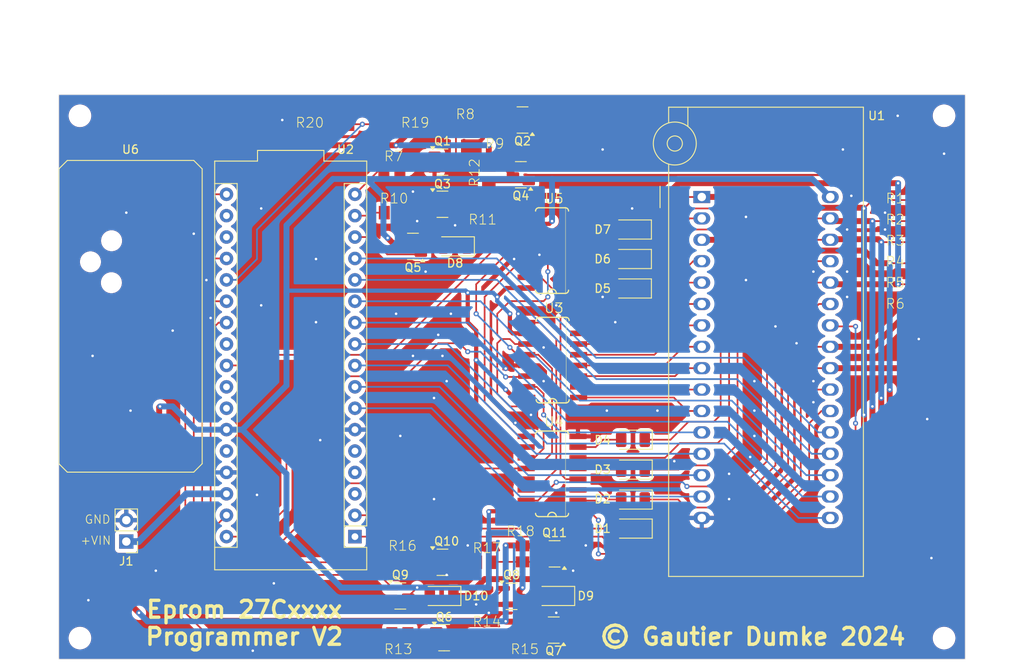
<source format=kicad_pcb>
(kicad_pcb (version 20240108) (generator "pcbnew") (generator_version "8.0")
  (layers (0 "F.Cu" signal) (31 "B.Cu" signal) (34 "B.Paste" user) (35 "F.Paste" user) (36 "B.SilkS" user "B.Silkscreen") (37 "F.SilkS" user "F.Silkscreen") (38 "B.Mask" user) (39 "F.Mask" user) (44 "Edge.Cuts" user))
  (net 0 "")
  (net 1 "GND")
  (net 2 "VCC")
  (net 3 "+24V")
  (net 4 "Net-(D1-A)")
  (net 5 "/OE")
  (net 6 "Net-(D2-A)")
  (net 7 "/A11")
  (net 8 "/A13")
  (net 9 "Net-(D3-A)")
  (net 10 "/A15")
  (net 11 "Net-(D4-A)")
  (net 12 "/A4")
  (net 13 "/A0")
  (net 14 "/A1")
  (net 15 "/A3")
  (net 16 "/A5")
  (net 17 "/A7")
  (net 18 "/A6")
  (net 19 "/A2")
  (net 20 "/A12")
  (net 21 "/A8")
  (net 22 "/A14")
  (net 23 "/A10")
  (net 24 "/A9")
  (net 25 "/D6")
  (net 26 "/D4")
  (net 27 "/D3")
  (net 28 "/D7")
  (net 29 "/D0")
  (net 30 "/D1")
  (net 31 "/CE")
  (net 32 "/D2")
  (net 33 "/D5")
  (net 34 "Net-(D6-A)")
  (net 35 "Net-(D7-A)")
  (net 36 "Net-(D8-A)")
  (net 37 "/A19")
  (net 38 "Net-(Q1-B)")
  (net 39 "Net-(Q2-B)")
  (net 40 "Net-(Q3-B)")
  (net 41 "Net-(Q4-B)")
  (net 42 "Net-(Q6-C)")
  (net 43 "Net-(Q6-B)")
  (net 44 "Net-(Q7-B)")
  (net 45 "Net-(Q1-C)")
  (net 46 "Net-(Q3-C)")
  (net 47 "Net-(Q8-B)")
  (net 48 "+VDC")
  (net 49 "Net-(Q11-B)")
  (net 50 "Net-(Q5-B)")
  (net 51 "Net-(Q10-C)")
  (net 52 "Net-(U2-D12{slash}A11)")
  (net 53 "Net-(U2-~D11)")
  (net 54 "Net-(U2-~D13)")
  (net 55 "Net-(U2-A3{slash}D21)")
  (net 57 "Net-(U2-A1{slash}D19)")
  (net 58 "Net-(U2-A5{slash}D23)")
  (net 60 "/A17")
  (net 61 "/A18")
  (net 62 "/A16")
  (net 63 "Net-(U2-D15)")
  (net 64 "Net-(Q10-B)")
  (net 68 "Net-(D9-A)")
  (net 69 "Net-(D10-A)")
  (net 73 "Net-(U2-D14)")
  (net 74 "Net-(U4-QH')")
  (net 76 "Net-(U3-QH')")
  (net 81 "Net-(D5-A)")
  (net 83 "Net-(Q9-B)")
  (footprint "untitled:M0805" (layer "F.Cu") (at 186.6 72)
    (property "Reference" "R3")
    (property "Value" "10K")
  )
  (footprint "untitled:M0805" (layer "F.Cu") (at 117.45 58 180)
    (property "Reference" "R20")
    (property "Value" "1.5K")
  )
  (footprint "untitled:M0805" (layer "F.Cu") (at 134.05 67.5 180)
    (property "Reference" "R11")
    (property "Value" "22K")
  )
  (footprint "untitled:M0805" (layer "F.Cu") (at 186.6 77)
    (property "Reference" "R5")
    (property "Value" "10K")
  )
  (footprint "Diode_SMD:D_1206_3216Metric" (layer "F.Cu") (at 129.4 114 180)
    (property "Reference" "D10")
    (property "Value" "1N4148")
  )
  (footprint "Package_TO_SOT_SMD:SOT-23" (layer "F.Cu") (at 126 72.5 180)
    (property "Reference" "Q5")
    (property "Value" "BC857")
  )
  (footprint "MountingHole:MountingHole_2mm" (layer "F.Cu") (at 87.751325 74.33618)
    (property "Reference" "REF**" (hide yes))
    (property "Value" "MountingHole_2mm")
  )
  (footprint "Package_TO_SOT_SMD:SOT-23" (layer "F.Cu") (at 129.5 67.5)
    (property "Reference" "Q3")
    (property "Value" "BC847")
  )
  (footprint "Diode_SMD:D_1206_3216Metric" (layer "F.Cu") (at 142.9 114 180)
    (property "Reference" "D9")
    (property "Value" "1N4148")
  )
  (footprint "untitled:M0805" (layer "F.Cu") (at 139 109 90)
    (property "Reference" "R18")
    (property "Value" "22K")
  )
  (footprint "untitled:M0805" (layer "F.Cu") (at 124.5 110)
    (property "Reference" "R16")
    (property "Value" "22K")
  )
  (footprint "Arduino:Arduino_Micro" (layer "F.Cu") (at 119.12 106.955 180)
    (property "Reference" "U2")
    (property "Value" "Arduino_Micro")
  )
  (footprint "Diode_SMD:D_1206_3216Metric" (layer "F.Cu") (at 131 72.5 180)
    (property "Reference" "D8")
    (property "Value" "1N4148")
  )
  (footprint "untitled:M0805" (layer "F.Cu") (at 186.55 67)
    (property "Reference" "R1")
    (property "Value" "10K")
  )
  (footprint "Diode_SMD:D_1206_3216Metric" (layer "F.Cu") (at 152.1 95.45 180)
    (property "Reference" "D4")
    (property "Value" "1N4148")
  )
  (footprint "untitled:M0805" (layer "F.Cu") (at 134.5 110 180)
    (property "Reference" "R17")
    (property "Value" "22K")
  )
  (footprint "MountingHole:MountingHole_2mm" (layer "F.Cu") (at 90.253913 71.833592)
    (property "Reference" "REF**" (hide yes))
    (property "Value" "MountingHole_2mm")
  )
  (footprint "untitled:M0805" (layer "F.Cu") (at 186.6 69.5)
    (property "Reference" "R2")
    (property "Value" "10K")
  )
  (footprint "Package_TO_SOT_SMD:SOT-23" (layer "F.Cu") (at 129.5 110)
    (property "Reference" "Q10")
    (property "Value" "BC847")
  )
  (footprint "untitled:M0805" (layer "F.Cu") (at 124.45 118.5 180)
    (property "Reference" "R13")
    (property "Value" "22K")
  )
  (footprint "Package_TO_SOT_SMD:SOT-23" (layer "F.Cu") (at 129.7 118.95)
    (property "Reference" "Q6")
    (property "Value" "BC847")
  )
  (footprint "untitled:SO16" (layer "F.Cu") (at 142.5734 86 90)
    (property "Reference" "U3")
    (property "Value" "74HCT595")
  )
  (footprint "MountingHole:MountingHole_2.2mm_M2" (layer "F.Cu") (at 86.5 57)
    (property "Reference" "REF**" (hide yes))
    (property "Value" "MountingHole_2.2mm_M2")
  )
  (footprint "Diode_SMD:D_1206_3216Metric" (layer "F.Cu") (at 152 70.5 180)
    (property "Reference" "D7")
    (property "Value" "1N4148")
  )
  (footprint "untitled:M0805" (layer "F.Cu") (at 139 118 90)
    (property "Reference" "R15")
    (property "Value" "22K")
  )
  (footprint "untitled:M0805" (layer "F.Cu") (at 135.5 57.55 90)
    (property "Reference" "R9")
    (property "Value" "22K")
  )
  (footprint "untitled:M0805" (layer "F.Cu") (at 186.55 79.5)
    (property "Reference" "R6")
    (property "Value" "10K")
  )
  (footprint "Diode_SMD:D_1206_3216Metric" (layer "F.Cu") (at 152 77.5 180)
    (property "Reference" "D5")
    (property "Value" "1N4148")
  )
  (footprint "Socket:DIP_Socket-32_W11.9_W12.7_W15.24_W17.78_W18.5_3M_232-1285-00-0602J" (layer "F.Cu") (at 160.26 66.64)
    (property "Reference" "U1")
    (property "Value" "27C080")
  )
  (footprint "Connector_PinHeader_2.54mm:PinHeader_1x02_P2.54mm_Vertical" (layer "F.Cu") (at 92 107.54 180)
    (property "Reference" "J1")
    (property "Value" "Conn_01x02_Pin")
  )
  (footprint "Package_TO_SOT_SMD:SOT-23" (layer "F.Cu") (at 138.8 64 180)
    (property "Reference" "Q4")
    (property "Value" "BC857")
  )
  (footprint "MountingHole:MountingHole_2.2mm_M2" (layer "F.Cu") (at 86.5 119)
    (property "Reference" "REF**" (hide yes))
    (property "Value" "MountingHole_2.2mm_M2")
  )
  (footprint "untitled:SO16" (layer "F.Cu") (at 142.5 99.5 90)
    (property "Reference" "U4")
    (property "Value" "74HCT595")
  )
  (footprint "untitled:M0805" (layer "F.Cu") (at 122.45 58 180)
    (property "Reference" "R19")
    (property "Value" "10K")
  )
  (footprint "Diode_SMD:D_1206_3216Metric" (layer "F.Cu") (at 152.1 102.55 180)
    (property "Reference" "D2")
    (property "Value" "1N4148")
  )
  (footprint "untitled:M0805" (layer "F.Cu") (at 123.55 68.5)
    (property "Reference" "R10")
    (property "Value" "22K")
  )
  (footprint "Package_TO_SOT_SMD:SOT-23" (layer "F.Cu") (at 142.7 118.05 180)
    (property "Reference" "Q7")
    (property "Value" "BC857")
  )
  (footprint "untitled:M0805" (layer "F.Cu") (at 123.5 63.5)
    (property "Reference" "R7")
    (property "Value" "22K")
  )
  (footprint "MT3608:hw-045" (layer "F.Cu") (at 93 81 90)
    (property "Reference" "U6")
    (property "Value" "hw-045")
  )
  (footprint "Package_TO_SOT_SMD:SOT-23" (layer "F.Cu") (at 137.7 114.05)
    (property "Reference" "Q8")
    (property "Value" "BC857")
  )
  (footprint "MountingHole:MountingHole_2mm" (layer "F.Cu") (at 90.230954 76.815808)
    (property "Reference" "REF**" (hide yes))
    (property "Value" "MountingHole_2mm")
  )
  (footprint "untitled:M0805" (layer "F.Cu") (at 186.55 74.5)
    (property "Reference" "R4")
    (property "Value" "10K")
  )
  (footprint "Package_TO_SOT_SMD:SOT-23" (layer "F.Cu") (at 139 57.5 180)
    (property "Reference" "Q2")
    (property "Value" "BC857")
  )
  (footprint "untitled:M0805" (layer "F.Cu") (at 132.05 58.5 180)
    (property "Reference" "R8")
    (property "Value" "22K")
  )
  (footprint "MountingHole:MountingHole_2.2mm_M2" (layer "F.Cu") (at 189 119)
    (property "Reference" "REF**" (hide yes))
    (property "Value" "MountingHole_2.2mm_M2")
  )
  (footprint "MountingHole:MountingHole_2.2mm_M2" (layer "F.Cu") (at 189 57)
    (property "Reference" "REF**" (hide yes))
    (property "Value" "MountingHole_2.2mm_M2")
  )
  (footprint "untitled:M0805" (layer "F.Cu") (at 134.45 119)
    (property "Reference" "R14")
    (property "Value" "22K")
  )
  (footprint "Diode_SMD:D_1206_3216Metric" (layer "F.Cu") (at 152.1 106 180)
    (property "Reference" "D1")
    (property "Value" "1N4148")
  )
  (footprint "untitled:SO16" (layer "F.Cu") (at 142.5 73 90)
    (property "Reference" "U5")
    (property "Value" "74HCT595")
  )
  (footprint "untitled:M0805" (layer "F.Cu") (at 135 63.95 90)
    (property "Reference" "R12")
    (property "Value" "22K")
  )
  (footprint "Diode_SMD:D_1206_3216Metric" (layer "F.Cu") (at 152.1 99 180)
    (property "Reference" "D3")
    (property "Value" "1N4148")
  )
  (footprint "Package_TO_SOT_SMD:SOT-23" (layer "F.Cu") (at 124.5 114)
    (property "Reference" "Q9")
    (property "Value" "BC857")
  )
  (footprint "Diode_SMD:D_1206_3216Metric" (layer "F.Cu") (at 152 74 180)
    (property "Reference" "D6")
    (property "Value" "1N4148")
  )
  (footprint "Package_TO_SOT_SMD:SOT-23" (layer "F.Cu") (at 142.8 109 180)
    (property "Reference" "Q11")
    (property "Value" "BC857")
  )
  (footprint "Package_TO_SOT_SMD:SOT-23" (layer "F.Cu") (at 129.5 62.5)
    (property "Reference" "Q1")
    (property "Value" "BC847")
  )
  (gr_line (start 96.5 54.5) (end 191.5 54.5) (stroke (width 0.05)) (layer "Edge.Cuts"))
  (gr_line (start 191.5 121.5) (end 84 121.5) (stroke (width 0.05)) (layer "Edge.Cuts"))
  (gr_line (start 84 54.5) (end 96.5 54.5) (stroke (width 0.05)) (layer "Edge.Cuts"))
  (gr_line (start 191.5 54.5) (end 191.5 121.5) (stroke (width 0.05)) (layer "Edge.Cuts"))
  (gr_line (start 84 121.5) (end 84 54.5) (stroke (width 0.05)) (layer "Edge.Cuts"))
  (gr_text "GND" (at 87 105.5 0) (layer "F.SilkS") (effects (font (size 1 1) (thickness 0.1)) (justify left bottom)))
  (gr_text "+VIN" (at 86.5 108 0) (layer "F.SilkS") (effects (font (size 1 1) (thickness 0.1)) (justify left bottom)))
  (gr_text "© Gautier Dumke 2024" (at 148 120 0) (layer "F.SilkS") (effects (font (size 2 2) (thickness 0.4) (bold yes)) (justify left bottom)))
  (gr_text "Eprom 27Cxxxx\nProgrammer V2" (at 106 120 0) (layer "F.SilkS") (effects (font (size 2 2) (thickness 0.4) (bold yes)) (justify bottom)))
  (segment (start 139.4266 73.635) (end 138.365 73.635) (width 0.2) (layer "F.Cu") (net 1))
  (segment (start 128.25 63.5) (end 128.3 63.45) (width 0.2) (layer "F.Cu") (net 1))
  (segment (start 138.365 73.635) (end 138 74) (width 0.2) (layer "F.Cu") (net 1))
  (via (at 124 80.5) (size 0.6) (drill 0.3) (layers "F.Cu" "B.Cu") (net 1))
  (via (at 148.5 78.5) (size 0.6) (drill 0.3) (layers "F.Cu" "B.Cu") (net 1))
  (via (at 100 71) (size 0.6) (drill 0.3) (layers "F.Cu" "B.Cu") (net 1))
  (via (at 173.5 75.5) (size 0.6) (drill 0.3) (layers "F.Cu" "B.Cu") (net 1))
  (via (at 187.5 109.5) (size 0.6) (drill 0.3) (layers "F.Cu" "B.Cu") (net 1))
  (via (at 163.5 102.5) (size 0.6) (drill 0.3) (layers "F.Cu" "B.Cu") (net 1))
  (via (at 128.5 90.5) (size 0.6) (drill 0.3) (layers "F.Cu" "B.Cu") (net 1))
  (via (at 183.5 57) (size 0.6) (drill 0.3) (layers "F.Cu" "B.Cu") (net 1))
  (via (at 140 92.5) (size 0.6) (drill 0.3) (layers "F.Cu" "B.Cu") (net 1))
  (via (at 132.5 108) (size 0.6) (drill 0.3) (layers "F.Cu" "B.Cu") (net 1))
  (via (at 138.5 80.5) (size 0.6) (drill 0.3) (layers "F.Cu" "B.Cu") (net 1))
  (via (at 182 70.5) (size 0.6) (drill 0.3) (layers "F.Cu" "B.Cu") (net 1))
  (via (at 124.5 95) (size 0.6) (drill 0.3) (layers "F.Cu" "B.Cu") (net 1))
  (via (at 166 97.5) (size 0.6) (drill 0.3) (layers "F.Cu" "B.Cu") (net 1))
  (via (at 108 68) (size 0.6) (drill 0.3) (layers "F.Cu" "B.Cu") (net 1))
  (via (at 110.5 57.5) (size 0.6) (drill 0.3) (layers "F.Cu" "B.Cu") (net 1))
  (via (at 135 116) (size 0.6) (drill 0.3) (layers "F.Cu" "B.Cu") (net 1))
  (via (at 166.5 88.5) (size 0.6) (drill 0.3) (layers "F.Cu" "B.Cu") (net 1))
  (via (at 126 66) (size 0.6) (drill 0.3) (layers "F.Cu" "B.Cu") (net 1))
  (via (at 146.5 108) (size 0.6) (drill 0.3) (layers "F.Cu" "B.Cu") (net 1))
  (via (at 87.5 114.5) (size 0.6) (drill 0.3) (layers "F.Cu" "B.Cu") (net 1))
  (via (at 165.5 69) (size 0.6) (drill 0.3) (layers "F.Cu" "B.Cu") (net 1))
  (via (at 107.5 102) (size 0.6) (drill 0.3) (layers "F.Cu" "B.Cu") (net 1))
  (via (at 88 85.5) (size 0.6) (drill 0.3) (layers "F.Cu" "B.Cu") (net 1))
  (via (at 109.5 112.5) (size 0.6) (drill 0.3) (layers "F.Cu" "B.Cu") (net 1))
  (via (at 177 61) (size 0.6) (drill 0.3) (layers "F.Cu" "B.Cu") (net 1))
  (via (at 178 66.5) (size 0.6) (drill 0.3) (layers "F.Cu" "B.Cu") (net 1))
  (via (at 92.5 92) (size 0.6) (drill 0.3) (layers "F.Cu" "B.Cu") (net 1))
  (via (at 114.5 74) (size 0.6) (drill 0.3) (layers "F.Cu" "B.Cu") (net 1))
  (via (at 141.5 84.5) (size 0.6) (drill 0.3) (layers "F.Cu" "B.Cu") (net 1))
  (via (at 145 111) (size 0.6) (drill 0.3) (layers "F.Cu" "B.Cu") (net 1))
  (via (at 189 61.5) (size 0.6) (drill 0.3) (layers "F.Cu" "B.Cu") (net 1))
  (via (at 101.5 76.5) (size 0.6) (drill 0.3) (layers "F.Cu" "B.Cu") (net 1))
  (via (at 165.5 76.5) (size 0.6) (drill 0.3) (layers "F.Cu" "B.Cu") (net 1))
  (via (at 131 70) (size 0.6) (drill 0.3) (layers "F.Cu" "B.Cu") (net 1))
  (via (at 128.5 102.5) (size 0.6) (drill 0.3) (layers "F.Cu" "B.Cu") (net 1))
  (via (at 148.5 61) (size 0.6) (drill 0.3) (layers "F.Cu" "B.Cu") (net 1))
  (via (at 126.5 69.5) (size 0.6) (drill 0.3) (layers "F.Cu" "B.Cu") (net 1))
  (via (at 177.5 75.5) (size 0.6) (drill 0.3) (layers "F.Cu" "B.Cu") (net 1))
  (via (at 166.5 92) (size 0.6) (drill 0.3) (layers "F.Cu" "B.Cu") (net 1))
  (via (at 115 95.5) (size 0.6) (drill 0.3) (layers "F.Cu" "B.Cu") (net 1))
  (via (at 143 116) (size 0.6) (drill 0.3) (layers "F.Cu" "B.Cu") (net 1))
  (via (at 97.5 82.5) (size 0.6) (drill 0.3) (layers "F.Cu" "B.Cu") (net 1))
  (via (at 152 68) (size 0.6) (drill 0.3) (layers "F.Cu" "B.Cu") (net 1))
  (via (at 107 120.5) (size 0.6) (drill 0.3) (layers "F.Cu" "B.Cu") (net 1))
  (via (at 127.5 75.5) (size 0.6) (drill 0.3) (layers "F.Cu" "B.Cu") (net 1))
  (via (at 166.5 95) (size 0.6) (drill 0.3) (layers "F.Cu" "B.Cu") (net 1))
  (via (at 114.5 81.5) (size 0.6) (drill 0.3) (layers "F.Cu" "B.Cu") (net 1))
  (via (at 138 74) (size 0.6) (drill 0.3) (layers "F.Cu" "B.Cu") (net 1))
  (via (at 137 87) (size 0.6) (drill 0.3) (layers "F.Cu" "B.Cu") (net 1))
  (via (at 130 111.5) (size 0.6) (drill 0.3) (layers "F.Cu" "B.Cu") (net 1))
  (via (at 102 81) (size 0.6) (drill 0.3) (layers "F.Cu" "B.Cu") (net 1))
  (via (at 126 85.5) (size 0.6) (drill 0.3) (layers "F.Cu" "B.Cu") (net 1))
  (via (at 141 73.5) (size 0.6) (drill 0.3) (layers "F.Cu" "B.Cu") (net 1))
  (via (at 186 83.5) (size 0.6) (drill 0.3) (layers "F.Cu" "B.Cu") (net 1))
  (via (at 163.5 99.5) (size 0.6) (drill 0.3) (layers "F.Cu" "B.Cu") (net 1))
  (via (at 155 92) (size 0.6) (drill 0.3) (layers "F.Cu" "B.Cu") (net 1))
  (via (at 141.5 88.5) (size 0.6) (drill 0.3) (layers "F.Cu" "B.Cu") (net 1))
  (via (at 177.5 70.5) (size 0.6) (drill 0.3) (layers "F.Cu" "B.Cu") (net 1))
  (via (at 173.5 88.5) (size 0.6) (drill 0.3) (layers "F.Cu" "B.Cu") (net 1))
  (via (at 129 83) (size 0.6) (drill 0.3) (layers "F.Cu" "B.Cu") (net 1))
  (via (at 143 79.5) (size 0.6) (drill 0.3) (layers "F.Cu" "B.Cu") (net 1))
  (via (at 150 81.5) (size 0.6) (drill 0.3) (layers "F.Cu" "B.Cu") (net 1))
  (via (at 95.5 111) (size 0.6) (drill 0.3) (layers "F.Cu" "B.Cu") (net 1))
  (via (at 92 68.5) (size 0.6) (drill 0.3) (layers "F.Cu" "B.Cu") (net 1))
  (via (at 130.5 80.5) (size 0.6) (drill 0.3) (layers "F.Cu" "B.Cu") (net 1))
  (via (at 133.5 115) (size 0.6) (drill 0.3) (layers "F.Cu" "B.Cu") (net 1))
  (via (at 173.5 91) (size 0.6) (drill 0.3) (layers "F.Cu" "B.Cu") (net 1))
  (via (at 108 79.5) (size 0.6) (drill 0.3) (layers "F.Cu" "B.Cu") (net 1))
  (via (at 157 98) (size 0.6) (drill 0.3) (layers "F.Cu" "B.Cu") (net 1))
  (via (at 177.5 78.5) (size 0.6) (drill 0.3) (layers "F.Cu" "B.Cu") (net 1))
  (via (at 129.5 85.5) (size 0.6) (drill 0.3) (layers "F.Cu" "B.Cu") (net 1))
  (via (at 171.5 84) (size 0.6) (drill 0.3) (layers "F.Cu" "B.Cu") (net 1))
  (via (at 138.15029 93.450195) (size 0.6) (drill 0.3) (layers "F.Cu" "B.Cu") (net 1))
  (via (at 182 68.5) (size 0.6) (drill 0.3) (layers "F.Cu" "B.Cu") (net 1))
  (via (at 149 92) (size 0.6) (drill 0.3) (layers "F.Cu" "B.Cu") (net 1))
  (via (at 169 82) (size 0.6) (drill 0.3) (layers "F.Cu" "B.Cu") (net 1))
  (via (at 187 93) (size 0.6) (drill 0.3) (layers "F.Cu" "B.Cu") (net 1))
  (via (at 130 88.5) (size 0.6) (drill 0.3) (layers "F.Cu" "B.Cu") (net 1))
  (segment (start 137 87) (end 133 83) (width 0.5) (layer "B.Cu") (net 1))
  (segment (start 133 83) (end 129 83) (width 0.5) (layer "B.Cu") (net 1))
  (segment (start 138.6375 114.05) (end 138.6375 113.3625) (width 0.7) (layer "F.Cu") (net 2))
  (segment (start 132.5 81.5) (end 132.5 78) (width 0.5) (layer "F.Cu") (net 2))
  (segment (start 139.4266 77.445) (end 137.055 77.445) (width 0.5) (layer "F.Cu") (net 2))
  (segment (start 137.5 82) (end 137.5 80.5) (width 0.5) (layer "F.Cu") (net 2))
  (segment (start 137.5 82.5) (end 137.5 82) (width 0.5) (layer "F.Cu") (net 2))
  (segment (start 139.4266 103.945) (end 135 103.945) (width 0.5) (layer "F.Cu") (net 2))
  (segment (start 133.5 86) (end 133.5 82.5) (width 0.5) (layer "F.Cu") (net 2))
  (segment (start 139.5 90.445) (end 137.945 90.445) (width 0.5) (layer "F.Cu") (net 2))
  (segment (start 137.825 82.825) (end 137.5 82.5) (width 0.5) (layer "F.Cu") (net 2))
  (segment (start 138.95 114) (end 138.9 114.05) (width 0.2) (layer "F.Cu") (net 2))
  (segment (start 138.6375 113.3625) (end 139 113) (width 0.7) (layer "F.Cu") (net 2))
  (segment (start 133.5 91.2794) (end 133.5 86) (width 0.5) (layer "F.Cu") (net 2))
  (segment (start 139.5 82.825) (end 137.825 82.825) (width 0.5) (layer "F.Cu") (net 2))
  (segment (start 138.5456 96.325) (end 133.5 91.2794) (width 0.5) (layer "F.Cu") (net 2))
  (segment (start 95.9 96) (end 95.9 91.6) (width 0.7) (layer "F.Cu") (net 2))
  (segment (start 123 71.5) (end 124 72.5) (width 0.7) (layer "F.Cu") (net 2))
  (segment (start 133.5 82.5) (end 132.5 81.5) (width 0.5) (layer "F.Cu") (net 2))
  (segment (start 139.4266 96.325) (end 138.5456 96.325) (width 0.5) (layer "F.Cu") (net 2))
  (segment (start 137.945 90.445) (end 137 89.5) (width 0.5) (layer "F.Cu") (net 2))
  (segment (start 142.175 69.825) (end 142.5 69.5) (width 0.5) (layer "F.Cu") (net 2))
  (segment (start 125.4375 114) (end 125.5 114) (width 0.2) (layer "F.Cu") (net 2))
  (segment (start 125.5 114) (end 126.5 113) (width 0.2) (layer "F.Cu") (net 2))
  (segment (start 95.9 91.6) (end 96 91.5) (width 0.7) (layer "F.Cu") (net 2))
  (segment (start 137.055 77.445) (end 136 78.5) (width 0.5) (layer "F.Cu") (net 2))
  (segment (start 124 72.5) (end 125.0625 72.5) (width 0.7) (layer "F.Cu") (net 2))
  (segment (start 139.4266 69.825) (end 142.175 69.825) (width 0.5) (layer "F.Cu") (net 2))
  (via (at 137.5 80.5) (size 0.6) (drill 0.3) (layers "F.Cu" "B.Cu") (net 2))
  (via (at 136 78.5) (size 0.6) (drill 0.3) (layers "F.Cu" "B.Cu") (net 2))
  (via (at 123 71.5) (size 0.6) (drill 0.3) (layers "F.Cu" "B.Cu") (net 2))
  (via (at 137 89.5) (size 0.6) (drill 0.3) (layers "F.Cu" "B.Cu") (net 2))
  (via (at 139 113) (size 0.6) (drill 0.3) (layers "F.Cu" "B.Cu") (net 2))
  (via (at 133.5 86) (size 0.6) (drill 0.3) (layers "F.Cu" "B.Cu") (net 2))
  (via (at 96 91.5) (size 0.6) (drill 0.3) (layers "F.Cu" "B.Cu") (net 2))
  (via (at 142.5 69.5) (size 0.6) (drill 0.3) (layers "F.Cu" "B.Cu") (net 2))
  (via (at 135 104) (size 0.6) (drill 0.3) (layers "F.Cu" "B.Cu") (net 2))
  (via (at 126.5 113) (size 0.6) (drill 0.3) (layers "F.Cu" "B.Cu") (net 2))
  (via (at 132.5 78) (size 0.6) (drill 0.3) (layers "F.Cu" "B.Cu") (net 2))
  (segment (start 175.5 66.64) (end 173.36 64.5) (width 0.7) (layer "B.Cu") (net 2))
  (segment (start 111.245428 77.754572) (end 111 78) (width 0.5) (layer "B.Cu") (net 2))
  (segment (start 136 78.5) (end 135.5 78) (width 0.5) (layer "B.Cu") (net 2))
  (segment (start 100.255 94.255) (end 97.5 91.5) (width 0.7) (layer "B.Cu") (net 2))
  (segment (start 111 89.01) (end 111 78) (width 0.7) (layer "B.Cu") (net 2))
  (segment (start 135 106.5) (end 135 104) (width 0.5) (layer "B.Cu") (net 2))
  (segment (start 137 89.5) (end 133.5 86) (width 0.5) (layer "B.Cu") (net 2))
  (segment (start 105.755 94.255) (end 111 89.01) (width 0.7) (layer "B.Cu") (net 2))
  (segment (start 173.36 64.5) (end 142.5 64.5) (width 0.7) (layer "B.Cu") (net 2))
  (segment (start 142.5 69) (end 142.5 69.5) (width 0.7) (layer "B.Cu") (net 2))
  (segment (start 97.5 91.5) (end 96 91.5) (width 0.7) (layer "B.Cu") (net 2))
  (segment (start 135 106.5) (end 138 106.5) (width 0.7) (layer "B.Cu") (net 2))
  (segment (start 139 107.5) (end 139 113) (width 0.7) (layer "B.Cu") (net 2))
  (segment (start 120.5 64.5) (end 122.5 66.5) (width 0.7) (layer "B.Cu") (net 2))
  (segment (start 135 113) (end 135 106.5) (width 0.7) (layer "B.Cu") (net 2))
  (segment (start 132.254572 77.754572) (end 111.245428 77.754572) (width 0.5) (layer "B.Cu") (net 2))
  (segment (start 105.755 94.255) (end 100.255 94.255) (width 0.7) (layer "B.Cu") (net 2))
  (segment (start 126.5 113) (end 135 113) (width 0.7) (layer "B.Cu") (net 2))
  (segment (start 133 78) (end 132.5 78) (width 0.5) (layer "B.Cu") (net 2))
  (segment (start 132.5 78) (end 132.254572 77.754572) (width 0.5) (layer "B.Cu") (net 2))
  (segment (start 117.5 113) (end 126.5 113) (width 0.7) (layer "B.Cu") (net 2))
  (segment (start 142.5 68.5) (end 142.5 69) (width 0.7) (layer "B.Cu") (net 2))
  (segment (start 111 106.5) (end 111 99.5) (width 0.7) (layer "B.Cu") (net 2))
  (segment (start 117.5 113) (end 111 106.5) (width 0.7) (layer "B.Cu") (net 2))
  (segment (start 111 70) (end 116.5 64.5) (width 0.7) (layer "B.Cu") (net 2))
  (segment (start 142.5 64.5) (end 142.5 68.5) (width 0.7) (layer "B.Cu") (net 2))
  (segment (start 116.5 64.5) (end 120.5 64.5) (width 0.7) (layer "B.Cu") (net 2))
  (segment (start 111 78) (end 111 75) (width 0.7) (layer "B.Cu") (net 2))
  (segment (start 111 99.5) (end 105.755 94.255) (width 0.7) (layer "B.Cu") (net 2))
  (segment (start 122.5 66.5) (end 122.5 71) (width 0.7) (layer "B.Cu") (net 2))
  (segment (start 122.5 71) (end 123 71.5) (width 0.7) (layer "B.Cu") (net 2))
  (segment (start 142.5 64.5) (end 120.5 64.5) (width 0.7) (layer "B.Cu") (net 2))
  (segment (start 111 75) (end 111 70) (width 0.7) (layer "B.Cu") (net 2))
  (segment (start 137.5 80.5) (end 136 79) (width 0.5) (layer "B.Cu") (net 2))
  (segment (start 136 79) (end 136 78.5) (width 0.5) (layer "B.Cu") (net 2))
  (segment (start 138 106.5) (end 139 107.5) (width 0.7) (layer "B.Cu") (net 2))
  (segment (start 135.5 78) (end 133 78) (width 0.5) (layer "B.Cu") (net 2))
  (segment (start 140.9125 108.05) (end 141.8625 109) (width 0.7) (layer "F.Cu") (net 3))
  (segment (start 135 62.5) (end 135 60.5) (width 0.7) (layer "F.Cu") (net 3))
  (segment (start 136.8625 63) (end 137.8625 64) (width 0.7) (layer "F.Cu") (net 3))
  (segment (start 123.4 58) (end 123.5 58) (width 0.2) (layer "F.Cu") (net 3))
  (segment (start 93.5 116) (end 86 108.5) (width 0.7) (layer "F.Cu") (net 3))
  (segment (start 138.95 108) (end 139 108.05) (width 0.7) (layer "F.Cu") (net 3))
  (segment (start 95.9 65.5) (end 100.9 60.5) (width 0.7) (layer "F.Cu") (net 3))
  (segment (start 125 59.5) (end 127.9 56.6) (width 0.7) (layer "F.Cu") (net 3))
  (segment (start 86 93) (end 96.1 82.9) (width 0.7) (layer "F.Cu") (net 3))
  (segment (start 140.1 117.1) (end 141.05 118.05) (width 0.2) (layer "F.Cu") (net 3))
  (segment (start 135 63) (end 136.8625 63) (width 0.7) (layer "F.Cu") (net 3))
  (segment (start 135 63) (end 135 62.5) (width 0.2) (layer "F.Cu") (net 3))
  (segment (start 123.5 58) (end 125 59.5) (width 0.2) (layer "F.Cu") (net 3))
  (segment (start 141.05 118.05) (end 141.7625 118.05) (width 0.2) (layer "F.Cu") (net 3))
  (segment (start 96.1 65.7) (end 95.9 65.5) (width 0.7) (layer "F.Cu") (net 3))
  (segment (start 139 117.05) (end 137.05 117.05) (width 0.7) (layer "F.Cu") (net 3))
  (segment (start 137.1625 56.6) (end 138.0625 57.5) (width 0.7) (layer "F.Cu") (net 3))
  (segment (start 86 108.5) (end 86 93) (width 0.7) (layer "F.Cu") (net 3))
  (segment (start 96.1 82.9) (end 96.1 65.7) (width 0.7) (layer "F.Cu") (net 3))
  (segment (start 137 108) (end 138.95 108) (width 0.7) (layer "F.Cu") (net 3))
  (segment (start 124 60.5) (end 125 59.5) (width 0.7) (layer "F.Cu") (net 3))
  (segment (start 139 108.05) (end 140.9125 108.05) (width 0.7) (layer "F.Cu") (net 3))
  (segment (start 100.9 60.5) (end 124 60.5) (width 0.7) (layer "F.Cu") (net 3))
  (segment (start 139.05 117.1) (end 140.1 117.1) (width 0.2) (layer "F.Cu") (net 3))
  (segment (start 139 117.05) (end 139.05 117.1) (width 0.2) (layer "F.Cu") (net 3))
  (segment (start 137.05 117.05) (end 137 117) (width 0.7) (layer "F.Cu") (net 3))
  (segment (start 135.5 56.6) (end 137.1625 56.6) (width 0.7) (layer "F.Cu") (net 3))
  (segment (start 127.9 56.6) (end 135.5 56.6) (width 0.7) (layer "F.Cu") (net 3))
  (via (at 135 60.5) (size 0.6) (drill 0.3) (layers "F.Cu" "B.Cu") (net 3))
  (via (at 137 108) (size 0.6) (drill 0.3) (layers "F.Cu" "B.Cu") (net 3))
  (via (at 93.5 116) (size 0.6) (drill 0.3) (layers "F.Cu" "B.Cu") (net 3))
  (via (at 137 117) (size 0.6) (drill 0.3) (layers "F.Cu" "B.Cu") (net 3))
  (via (at 124 60.5) (size 0.6) (drill 0.3) (layers "F.Cu" "B.Cu") (net 3))
  (segment (start 93.5 116) (end 94.5 117) (width 0.7) (layer "B.Cu") (net 3))
  (segment (start 137 117) (end 137 108) (width 0.7) (layer "B.Cu") (net 3))
  (segment (start 124 60.5) (end 124.5 60.5) (width 0.2) (layer "B.Cu") (net 3))
  (segment (start 124.5 60.5) (end 135 60.5) (width 0.7) (layer "B.Cu") (net 3))
  (segment (start 94.5 117) (end 137 117) (width 0.7) (layer "B.Cu") (net 3))
  (segment (start 123 106) (end 121.415 104.415) (width 0.2) (layer "F.Cu") (net 4))
  (segment (start 121.415 104.415) (end 119.12 104.415) (width 0.2) (layer "F.Cu") (net 4))
  (segment (start 150.7 106) (end 123 106) (width 0.2) (layer "F.Cu") (net 4))
  (segment (start 186.04 86.96) (end 190 83) (width 0.7) (layer "F.Cu") (net 5))
  (segment (start 182.5 62) (end 177.05 56.55) (width 0.7) (layer "F.Cu") (net 5))
  (segment (start 177.05 56.55) (end 139.9375 56.55) (width 0.7) (layer "F.Cu") (net 5))
  (segment (start 170.5 99.5) (end 170.5 89.5) (width 0.2) (layer "F.Cu") (net 5))
  (segment (start 190 65) (end 187 62) (width 0.7) (layer "F.Cu") (net 5))
  (segment (start 164 106) (end 170.5 99.5) (width 0.2) (layer "F.Cu") (net 5))
  (segment (start 170.5 89.5) (end 173.04 86.96) (width 0.2) (layer "F.Cu") (net 5))
  (segment (start 190 83) (end 190 65) (width 0.7) (layer "F.Cu") (net 5))
  (segment (start 187 62) (end 182.5 62) (width 0.7) (layer "F.Cu") (net 5))
  (segment (start 153.5 106) (end 164 106) (width 0.2) (layer "F.Cu") (net 5))
  (segment (start 175.5 86.96) (end 186.04 86.96) (width 0.7) (layer "F.Cu") (net 5))
  (segment (start 173.04 86.96) (end 175.5 86.96) (width 0.2) (layer "F.Cu") (net 5))
  (segment (start 150.7 102.55) (end 149.05 102.55) (width 0.2) (layer "F.Cu") (net 6))
  (segment (start 149.05 102.55) (end 147.905 101.405) (width 0.2) (layer "F.Cu") (net 6))
  (segment (start 147.905 101.405) (end 145.0734 101.405) (width 0.2) (layer "F.Cu") (net 6))
  (segment (start 169 98.5) (end 169 88.5) (width 0.2) (layer "F.Cu") (net 7))
  (segment (start 164 103.5) (end 169 98.5) (width 0.2) (layer "F.Cu") (net 7))
  (segment (start 185.55 79.5) (end 185.6 79.5) (width 0.2) (layer "F.Cu") (net 7))
  (segment (start 158.4 103.5) (end 164 103.5) (width 0.2) (layer "F.Cu") (net 7))
  (segment (start 185.6 80.55) (end 186.55 81.5) (width 0.7) (layer "F.Cu") (net 7))
  (segment (start 186.55 81.5) (end 188.5 81.5) (width 0.7) (layer "F.Cu") (net 7))
  (segment (start 185.6 79.5) (end 185.6 80.55) (width 0.7) (layer "F.Cu") (net 7))
  (segment (start 157.45 102.55) (end 158.4 103.5) (width 0.2) (layer "F.Cu") (net 7))
  (segment (start 186.55 63.05) (end 139.7375 63.05) (width 0.7) (layer "F.Cu") (net 7))
  (segment (start 189 81) (end 189 65.5) (width 0.7) (layer "F.Cu") (net 7))
  (segment (start 175.5 84.42) (end 180.63 84.42) (width 0.7) (layer "F.Cu") (net 7))
  (segment (start 153.5 102.55) (end 157.45 102.55) (width 0.2) (layer "F.Cu") (net 7))
  (segment (start 173.08 84.42) (end 175.5 84.42) (width 0.2) (layer "F.Cu") (net 7))
  (segment (start 180.63 84.42) (end 185.55 79.5) (width 0.7) (layer "F.Cu") (net 7))
  (segment (start 169 88.5) (end 173.08 84.42) (width 0.2) (layer "F.Cu") (net 7))
  (segment (start 188.5 81.5) (end 189 81) (width 0.7) (layer "F.Cu") (net 7))
  (segment (start 189 65.5) (end 186.55 63.05) (width 0.7) (layer "F.Cu") (net 7))
  (segment (start 137 69) (end 137 68) (width 0.7) (layer "F.Cu") (net 8))
  (segment (start 183.55 77) (end 175.7 77) (width 0.7) (layer "F.Cu") (net 8))
  (segment (start 138.5 66.5) (end 156 66.5) (width 0.7) (layer "F.Cu") (net 8))
  (segment (start 164.5 84) (end 171.7 76.8) (width 0.2) (layer "F.Cu") (net 8))
  (segment (start 156 66.5) (end 157.5 65) (width 0.7) (layer "F.Cu") (net 8))
  (segment (start 162 98.5) (end 164.5 96) (width 0.2) (layer "F.Cu") (net 8))
  (segment (start 133.5 72.5) (end 137 69) (width 0.7) (layer "F.Cu") (net 8))
  (segment (start 164.5 96) (end 164.5 84) (width 0.2) (layer "F.Cu") (net 8))
  (segment (start 132.4 72.5) (end 133.5 72.5) (width 0.7) (layer "F.Cu") (net 8))
  (segment (start 171.7 76.8) (end 175.5 76.8) (width 0.2) (layer "F.Cu") (net 8))
  (segment (start 157.5 65) (end 183.55 65) (width 0.7) (layer "F.Cu") (net 8))
  (segment (start 157.5 99) (end 158 98.5) (width 0.2) (layer "F.Cu") (net 8))
  (segment (start 185.65 77) (end 183.55 77) (width 0.2) (layer "F.Cu") (net 8))
  (segment (start 158 98.5) (end 162 98.5) (width 0.2) (layer "F.Cu") (net 8))
  (segment (start 137 68) (end 138.5 66.5) (width 0.7) (layer "F.Cu") (net 8))
  (segment (start 175.7 77) (end 175.5 76.8) (width 0.2) (layer "F.Cu") (net 8))
  (segment (start 153.5 99) (end 157.5 99) (width 0.2) (layer "F.Cu") (net 8))
  (via (at 183.55 77) (size 0.6) (drill 0.3) (layers "F.Cu" "B.Cu") (net 8))
  (via (at 183.55 65) (size 0.6) (drill 0.3) (layers "F.Cu" "B.Cu") (net 8))
  (segment (start 183.55 77) (end 183.55 65) (width 0.7) (layer "B.Cu") (net 8))
  (segment (start 148.5 99) (end 148.365 98.865) (width 0.2) (layer "F.Cu") (net 9))
  (segment (start 148.365 98.865) (end 145.0734 98.865) (width 0.2) (layer "F.Cu") (net 9))
  (segment (start 150.7 99) (end 148.5 99) (width 0.2) (layer "F.Cu") (net 9))
  (segment (start 143.6 117.1) (end 143.5 117) (width 0.2) (layer "F.Cu") (net 10))
  (segment (start 173 73) (end 171.72 71.72) (width 0.7) (layer "F.Cu") (net 10))
  (segment (start 171.72 71.72) (end 160.26 71.72) (width 0.7) (layer "F.Cu") (net 10))
  (segment (start 182.55 89.5) (end 182.55 109.95) (width 0.7) (layer "F.Cu") (net 10))
  (segment (start 158.682262 93.317738) (end 161.682262 93.317738) (width 0.2) (layer "F.Cu") (net 10))
  (segment (start 175.4 117.1) (end 143.6375 117.1) (width 0.7) (layer "F.Cu") (net 10))
  (segment (start 156.55 95.45) (end 158.682262 93.317738) (width 0.2) (layer "F.Cu") (net 10))
  (segment (start 181.05 74.5) (end 179.55 73) (width 0.7) (layer "F.Cu") (net 10))
  (segment (start 153.5 95.45) (end 156.55 95.45) (width 0.2) (layer "F.Cu") (net 10))
  (segment (start 143.6375 117.1) (end 143.6 117.1) (width 0.2) (layer "F.Cu") (net 10))
  (segment (start 182.55 74.5) (end 181.05 74.5) (width 0.7) (layer "F.Cu") (net 10))
  (segment (start 182.55 109.95) (end 175.4 117.1) (width 0.7) (layer "F.Cu") (net 10))
  (segment (start 162.5 92.5) (end 162.5 71.72) (width 0.2) (layer "F.Cu") (net 10))
  (segment (start 179.55 73) (end 173 73) (width 0.7) (layer "F.Cu") (net 10))
  (segment (start 161.682262 93.317738) (end 162.5 92.5) (width 0.2) (layer "F.Cu") (net 10))
  (segment (start 185.6 74.5) (end 182.55 74.5) (width 0.2) (layer "F.Cu") (net 10))
  (via (at 182.55 89.5) (size 0.6) (drill 0.3) (layers "F.Cu" "B.Cu") (net 10))
  (via (at 182.55 74.5) (size 0.6) (drill 0.3) (layers "F.Cu" "B.Cu") (net 10))
  (segment (start 182.55 89.5) (end 182.55 74.5) (width 0.7) (layer "B.Cu") (net 10))
  (segment (start 148.55 95.45) (end 147.675 96.325) (width 0.2) (layer "F.Cu") (net 11))
  (segment (start 147.675 96.325) (end 145.0734 96.325) (width 0.2) (layer "F.Cu") (net 11))
  (segment (start 150.7 95.45) (end 148.55 95.45) (width 0.2) (layer "F.Cu") (net 11))
  (segment (start 158.08 84.42) (end 155.865 86.635) (width 0.2) (layer "F.Cu") (net 12))
  (segment (start 155.865 86.635) (end 145.6468 86.635) (width 0.2) (layer "F.Cu") (net 12))
  (segment (start 160.26 84.42) (end 158.08 84.42) (width 0.2) (layer "F.Cu") (net 12))
  (segment (start 140.675 89.175) (end 141.5 90) (width 0.2) (layer "F.Cu") (net 13))
  (segment (start 141.5 90) (end 141.5 90.5) (width 0.2) (layer "F.Cu") (net 13))
  (segment (start 139.5 89.175) (end 140.675 89.175) (width 0.2) (layer "F.Cu") (net 13))
  (segment (start 141.5 90.5) (end 141.5 92.5) (width 0.2) (layer "F.Cu") (net 13))
  (via (at 141.5 92.5) (size 0.6) (drill 0.3) (layers "F.Cu" "B.Cu") (net 13))
  (segment (start 143.58 94.58) (end 143.5 94.5) (width 0.2) (layer "B.Cu") (net 13))
  (segment (start 143.5 94.5) (end 142 93) (width 0.2) (layer "B.Cu") (net 13))
  (segment (start 160.26 94.58) (end 143.58 94.58) (width 0.2) (layer "B.Cu") (net 13))
  (segment (start 142 93) (end 141.5 92.5) (width 0.2) (layer "B.Cu") (net 13))
  (segment (start 156.945 90.445) (end 145.6468 90.445) (width 0.2) (layer "F.Cu") (net 14))
  (segment (start 158.54 92.04) (end 156.945 90.445) (width 0.2) (layer "F.Cu") (net 14))
  (segment (start 160.26 92.04) (end 158.54 92.04) (width 0.2) (layer "F.Cu") (net 14))
  (segment (start 160.26 86.96) (end 158.04 86.96) (width 0.2) (layer "F.Cu") (net 15))
  (segment (start 158.04 86.96) (end 157.095 87.905) (width 0.2) (layer "F.Cu") (net 15))
  (segment (start 157.095 87.905) (end 145.6468 87.905) (width 0.2) (layer "F.Cu") (net 15))
  (segment (start 154.635 85.365) (end 145.6468 85.365) (width 0.2) (layer "F.Cu") (net 16))
  (segment (start 158.12 81.88) (end 154.635 85.365) (width 0.2) (layer "F.Cu") (net 16))
  (segment (start 160.26 81.88) (end 158.12 81.88) (width 0.2) (layer "F.Cu") (net 16))
  (segment (start 160.26 76.8) (end 158.7 76.8) (width 0.2) (layer "F.Cu") (net 17))
  (segment (start 158.7 76.8) (end 152.675 82.825) (width 0.2) (layer "F.Cu") (net 17))
  (segment (start 152.675 82.825) (end 145.6468 82.825) (width 0.2) (layer "F.Cu") (net 17))
  (segment (start 160.26 79.34) (end 158.16 79.34) (width 0.2) (layer "F.Cu") (net 18))
  (segment (start 158.16 79.34) (end 153.405 84.095) (width 0.2) (layer "F.Cu") (net 18))
  (segment (start 153.405 84.095) (end 145.6468 84.095) (width 0.2) (layer "F.Cu") (net 18))
  (segment (start 158.175 89.175) (end 145.6468 89.175) (width 0.2) (layer "F.Cu") (net 19))
  (segment (start 158.5 89.5) (end 158.175 89.175) (width 0.2) (layer "F.Cu") (net 19))
  (segment (start 160.26 89.5) (end 158.5 89.5) (width 0.2) (layer "F.Cu") (net 19))
  (segment (start 159.24 74.26) (end 160.26 74.26) (width 0.2) (layer "F.Cu") (net 20))
  (segment (start 144 80.5) (end 153 80.5) (width 0.2) (layer "F.Cu") (net 20))
  (segment (start 144.135 100.135) (end 143.5 99.5) (width 0.2) (layer "F.Cu") (net 20))
  (segment (start 143.5 99.5) (end 143.5 81) (width 0.2) (layer "F.Cu") (net 20))
  (segment (start 145.5734 100.135) (end 144.135 100.135) (width 0.2) (layer "F.Cu") (net 20))
  (segment (start 153 80.5) (end 159.24 74.26) (width 0.2) (layer "F.Cu") (net 20))
  (segment (start 143.5 81) (end 144 80.5) (width 0.2) (layer "F.Cu") (net 20))
  (segment (start 168 98) (end 168 85.5) (width 0.2) (layer "F.Cu") (net 21))
  (segment (start 165 101) (end 168 98) (width 0.2) (layer "F.Cu") (net 21))
  (segment (start 140.825 102.675) (end 143 100.5) (width 0.2) (layer "F.Cu") (net 21))
  (segment (start 174.16 79.34) (end 175.5 79.34) (width 0.2) (layer "F.Cu") (net 21))
  (segment (start 139.4266 102.675) (end 140.825 102.675) (width 0.2) (layer "F.Cu") (net 21))
  (segment (start 168 85.5) (end 174.16 79.34) (width 0.2) (layer "F.Cu") (net 21))
  (segment (start 158.5 101) (end 165 101) (width 0.2) (layer "F.Cu") (net 21))
  (via (at 158.5 101) (size 0.6) (drill 0.3) (layers "F.Cu" "B.Cu") (net 21))
  (via (at 143 100.5) (size 0.6) (drill 0.3) (layers "F.Cu" "B.Cu") (net 21))
  (segment (start 158 100.5) (end 143 100.5) (width 0.2) (layer "B.Cu") (net 21))
  (segment (start 158.5 101) (end 158 100.5) (width 0.2) (layer "B.Cu") (net 21))
  (segment (start 172.74 74.26) (end 175.5 74.26) (width 0.2) (layer "F.Cu") (net 22))
  (segment (start 163.5 83.5) (end 172.74 74.26) (width 0.2) (layer "F.Cu") (net 22))
  (segment (start 163.5 94.5) (end 163.5 83.5) (width 0.2) (layer "F.Cu") (net 22))
  (segment (start 145.0734 97.595) (end 155.905 97.595) (width 0.2) (layer "F.Cu") (net 22))
  (segment (start 162.154907 95.845093) (end 163.5 94.5) (width 0.2) (layer "F.Cu") (net 22))
  (segment (start 155.905 97.595) (end 157.654907 95.845093) (width 0.2) (layer "F.Cu") (net 22))
  (segment (start 157.654907 95.845093) (end 162.154907 95.845093) (width 0.2) (layer "F.Cu") (net 22))
  (segment (start 152 105) (end 151 104) (width 0.2) (layer "F.Cu") (net 23))
  (segment (start 173 89.5) (end 172 90.5) (width 0.2) (layer "F.Cu") (net 23))
  (segment (start 152.5 107.5) (end 152 107) (width 0.2) (layer "F.Cu") (net 23))
  (segment (start 149 104) (end 147.675 102.675) (width 0.2) (layer "F.Cu") (net 23))
  (segment (start 175.5 89.5) (end 173 89.5) (width 0.2) (layer "F.Cu") (net 23))
  (segment (start 147.675 102.675) (end 145.0734 102.675) (width 0.2) (layer "F.Cu") (net 23))
  (segment (start 172 100.5) (end 165 107.5) (width 0.2) (layer "F.Cu") (net 23))
  (segment (start 165 107.5) (end 152.5 107.5) (width 0.2) (layer "F.Cu") (net 23))
  (segment (start 151 104) (end 149 104) (width 0.2) (layer "F.Cu") (net 23))
  (segment (start 172 90.5) (end 172 100.5) (width 0.2) (layer "F.Cu") (net 23))
  (segment (start 152 107) (end 152 105) (width 0.2) (layer "F.Cu") (net 23))
  (segment (start 175.62 82) (end 175.5 81.88) (width 0.2) (layer "F.Cu") (net 24))
  (segment (start 178.5 82) (end 178.62 81.88) (width 0.2) (layer "F.Cu") (net 24))
  (segment (start 178.5 93.5) (end 178.5 107) (width 0.2) (layer "F.Cu") (net 24))
  (segment (start 145.5734 103.945) (end 146.945 103.945) (width 0.2) (layer "F.Cu") (net 24))
  (segment (start 176.5 109) (end 148 109) (width 0.2) (layer "F.Cu") (net 24))
  (segment (start 178.5 82) (end 175.62 82) (width 0.2) (layer "F.Cu") (net 24))
  (segment (start 146.945 103.945) (end 148 105) (width 0.2) (layer "F.Cu") (net 24))
  (segment (start 178.5 107) (end 176.5 109) (width 0.2) (layer "F.Cu") (net 24))
  (via (at 148 105) (size 0.6) (drill 0.3) (layers "F.Cu" "B.Cu") (net 24))
  (via (at 178.5 93.5) (size 0.6) (drill 0.3) (layers "F.Cu" "B.Cu") (net 24))
  (via (at 178.5 82) (size 0.6) (drill 0.3) (layers "F.Cu" "B.Cu") (net 24))
  (via (at 148 109) (size 0.6) (drill 0.3) (layers "F.Cu" "B.Cu") (net 24))
  (segment (start 178.5 82) (end 178.5 93.5) (width 0.2) (layer "B.Cu") (net 24))
  (segment (start 148 105) (end 148 109) (width 0.2) (layer "B.Cu") (net 24))
  (segment (start 135.975 76.475) (end 147.754945 88.254945) (width 0.2) (layer "B.Cu") (net 25))
  (segment (start 164.444945 88.254945) (end 173.31 97.12) (width 0.2) (layer "B.Cu") (net 25))
  (segment (start 147.754945 88.254945) (end 164.444945 88.254945) (width 0.2) (layer "B.Cu") (net 25))
  (segment (start 173.31 97.12) (end 175.5 97.12) (width 0.2) (layer "B.Cu") (net 25))
  (segment (start 119.12 76.475) (end 135.975 76.475) (width 0.2) (layer "B.Cu") (net 25))
  (segment (start 119.12 81.555) (end 132.555 81.555) (width 0.2) (layer "B.Cu") (net 26))
  (segment (start 132.555 81.555) (end 144.312676 93.312676) (width 0.2) (layer "B.Cu") (net 26))
  (segment (start 144.312676 93.312676) (end 163.312676 93.312676) (width 0.2) (layer "B.Cu") (net 26))
  (segment (start 172.2 102.2) (end 175.5 102.2) (width 0.2) (layer "B.Cu") (net 26))
  (segment (start 163.312676 93.312676) (end 172.2 102.2) (width 0.2) (layer "B.Cu") (net 26))
  (segment (start 171.74 104.74) (end 175.5 104.74) (width 0.2) (layer "B.Cu") (net 27))
  (segment (start 130.095 84.095) (end 141.908084 95.908084) (width 0.2) (layer "B.Cu") (net 27))
  (segment (start 141.908084 95.908084) (end 162.908084 95.908084) (width 0.2) (layer "B.Cu") (net 27))
  (segment (start 119.12 84.095) (end 130.095 84.095) (width 0.2) (layer "B.Cu") (net 27))
  (segment (start 162.908084 95.908084) (end 171.74 104.74) (width 0.2) (layer "B.Cu") (net 27))
  (segment (start 165.222817 85.722817) (end 174.08 94.58) (width 0.2) (layer "B.Cu") (net 28))
  (segment (start 147.722817 85.722817) (end 165.222817 85.722817) (width 0.2) (layer "B.Cu") (net 28))
  (segment (start 119.12 73.935) (end 135.935 73.935) (width 0.2) (layer "B.Cu") (net 28))
  (segment (start 135.935 73.935) (end 147.722817 85.722817) (width 0.2) (layer "B.Cu") (net 28))
  (segment (start 174.08 94.58) (end 175.5 94.58) (width 0.2) (layer "B.Cu") (net 28))
  (segment (start 130.135 86.635) (end 140.62 97.12) (width 0.2) (layer "B.Cu") (net 29))
  (segment (start 140.62 97.12) (end 160.26 97.12) (width 0.2) (layer "B.Cu") (net 29))
  (segment (start 119.12 86.635) (end 130.135 86.635) (width 0.2) (layer "B.Cu") (net 29))
  (segment (start 129.175 89.175) (end 139.66 99.66) (width 0.2) (layer "B.Cu") (net 30))
  (segment (start 139.66 99.66) (end 160.26 99.66) (width 0.2) (layer "B.Cu") (net 30))
  (segment (start 119.12 89.175) (end 129.175 89.175) (width 0.2) (layer "B.Cu") (net 30))
  (segment (start 165.313567 108.186433) (end 149.686433 108.186433) (width 0.2) (layer "F.Cu") (net 31))
  (segment (start 149.686433 108.186433) (end 148.455 106.955) (width 0.2) (layer "F.Cu") (net 31))
  (segment (start 173 100.5) (end 165.313567 108.186433) (width 0.2) (layer "F.Cu") (net 31))
  (segment (start 174.46 92.04) (end 173 93.5) (width 0.2) (layer "F.Cu") (net 31))
  (segment (start 173 93.5) (end 173 100.5) (width 0.2) (layer "F.Cu") (net 31))
  (segment (start 175.5 92.04) (end 174.46 92.04) (width 0.2) (layer "F.Cu") (net 31))
  (segment (start 148.455 106.955) (end 119.12 106.955) (width 0.2) (layer "F.Cu") (net 31))
  (segment (start 138.7 102.2) (end 160.26 102.2) (width 0.2) (layer "B.Cu") (net 32))
  (segment (start 128.215 91.715) (end 138.7 102.2) (width 0.2) (layer "B.Cu") (net 32))
  (segment (start 119.12 91.715) (end 128.215 91.715) (width 0.2) (layer "B.Cu") (net 32))
  (segment (start 172.66 99.66) (end 175.5 99.66) (width 0.2) (layer "B.Cu") (net 33))
  (segment (start 119.12 79.015) (end 134.015 79.015) (width 0.2) (layer "B.Cu") (net 33))
  (segment (start 145.802543 90.802543) (end 163.802543 90.802543) (width 0.2) (layer "B.Cu") (net 33))
  (segment (start 163.802543 90.802543) (end 172.66 99.66) (width 0.2) (layer "B.Cu") (net 33))
  (segment (start 134.015 79.015) (end 145.802543 90.802543) (width 0.2) (layer "B.Cu") (net 33))
  (segment (start 145.5734 76.175) (end 147.325 76.175) (width 0.2) (layer "F.Cu") (net 34))
  (segment (start 149.5 74) (end 150.6 74) (width 0.2) (layer "F.Cu") (net 34))
  (segment (start 147.325 76.175) (end 149.5 74) (width 0.2) (layer "F.Cu") (net 34))
  (segment (start 145.5734 74.905) (end 146.595 74.905) (width 0.2) (layer "F.Cu") (net 35))
  (segment (start 148 73.5) (end 148 72.5) (width 0.2) (layer "F.Cu") (net 35))
  (segment (start 150 70.5) (end 150.6 70.5) (width 0.2) (layer "F.Cu") (net 35))
  (segment (start 148 72.5) (end 150 70.5) (width 0.2) (layer "F.Cu") (net 35))
  (segment (start 146.595 74.905) (end 148 73.5) (width 0.2) (layer "F.Cu") (net 35))
  (segment (start 128.65 71.55) (end 129.6 72.5) (width 0.7) (layer "F.Cu") (net 36))
  (segment (start 126.9375 71.55) (end 128.65 71.55) (width 0.7) (layer "F.Cu") (net 36))
  (segment (start 179.5 107.5) (end 177 110) (width 0.7) (layer "F.Cu") (net 37))
  (segment (start 146.5 110) (end 144.55 108.05) (width 0.7) (layer "F.Cu") (net 37))
  (segment (start 179.5 92.5) (end 179.5 107.5) (width 0.7) (layer "F.Cu") (net 37))
  (segment (start 154.5 70.5) (end 158.36 66.64) (width 0.2) (layer "F.Cu") (net 37))
  (segment (start 179.5 68) (end 179.411857 67.911857) (width 0.7) (layer "F.Cu") (net 37))
  (segment (start 144.55 108.05) (end 143.7375 108.05) (width 0.7) (layer "F.Cu") (net 37))
  (segment (start 153.4 70.5) (end 154.5 70.5) (width 0.2) (layer "F.Cu") (net 37))
  (segment (start 179.5 68) (end 180.5 67) (width 0.2) (layer "F.Cu") (net 37))
  (segment (start 173.411857 67.911857) (end 172.133199 66.633199) (width 0.7) (layer "F.Cu") (net 37))
  (segment (start 158.36 66.64) (end 160.26 66.64) (width 0.2) (layer "F.Cu") (net 37))
  (segment (start 177 110) (end 146.5 110) (width 0.7) (layer "F.Cu") (net 37))
  (segment (start 179.411857 67.911857) (end 173.411857 67.911857) (width 0.7) (layer "F.Cu") (net 37))
  (segment (start 160.266801 66.633199) (end 160.26 66.64) (width 0.7) (layer "F.Cu") (net 37))
  (segment (start 172.133199 66.633199) (end 160.266801 66.633199) (width 0.7) (layer "F.Cu") (net 37))
  (segment (start 180.5 67) (end 185.6 67) (width 0.2) (layer "F.Cu") (net 37))
  (via (at 179.5 92.5) (size 0.6) (drill 0.3) (layers "F.Cu" "B.Cu") (net 37))
  (via (at 179.5 68) (size 0.6) (drill 0.3) (layers "F.Cu" "B.Cu") (net 37))
  (segment (start 179.5 68) (end 179.5 92.5) (width 0.7) (layer "B.Cu") (net 37))
  (segment (start 127.45 61.55) (end 125.5 63.5) (width 0.2) (layer "F.Cu") (net 38))
  (segment (start 128.5625 61.55) (end 127.45 61.55) (width 0.2) (layer "F.Cu") (net 38))
  (segment (start 125.5 63.5) (end 124.45 63.5) (width 0.2) (layer "F.Cu") (net 38))
  (segment (start 136.5 58.5) (end 136.55 58.45) (width 0.2) (layer "F.Cu") (net 39))
  (segment (start 136.55 58.45) (end 139.9375 58.45) (width 0.2) (layer "F.Cu") (net 39))
  (segment (start 135.5 58.5) (end 136.5 58.5) (width 0.2) (layer "F.Cu") (net 39))
  (segment (start 133 58.5) (end 135.5 58.5) (width 0.2) (layer "F.Cu") (net 39))
  (segment (start 127.45 66.55) (end 125.5 68.5) (width 0.2) (layer "F.Cu") (net 40))
  (segment (start 128.5625 66.55) (end 127.45 66.55) (width 0.2) (layer "F.Cu") (net 40))
  (segment (start 124.55 68.45) (end 124.5 68.5) (width 0.2) (layer "F.Cu") (net 40))
  (segment (start 125.5 68.5) (end 124.5 68.5) (width 0.2) (layer "F.Cu") (net 40))
  (segment (start 135 64.9) (end 139.6875 64.9) (width 0.2) (layer "F.Cu") (net 41))
  (segment (start 139.6875 64.9) (end 139.7375 64.95) (width 0.2) (layer "F.Cu") (net 41))
  (segment (start 135 67.5) (end 135 64.9) (width 0.2) (layer "F.Cu") (net 41))
  (segment (start 133.45 118.95) (end 133.5 119) (width 0.2) (layer "F.Cu") (net 42))
  (segment (start 130.9 118.95) (end 133.45 118.95) (width 0.2) (layer "F.Cu") (net 42))
  (segment (start 128.7625 118) (end 127.5 118) (width 0.2) (layer "F.Cu") (net 43))
  (segment (start 127.5 118) (end 127 118.5) (width 0.2) (layer "F.Cu") (net 43))
  (segment (start 127 118.5) (end 125.4 118.5) (width 0.2) (layer "F.Cu") (net 43))
  (segment (start 135.4 119) (end 138.95 119) (width 0.2) (layer "F.Cu") (net 44))
  (segment (start 139.45 118.95) (end 139.5 119) (width 0.2) (layer "F.Cu") (net 44))
  (segment (start 138.95 119) (end 139 118.95) (width 0.2) (layer "F.Cu") (net 44))
  (segment (start 139 118.95) (end 139.45 118.95) (width 0.2) (layer "F.Cu") (net 44))
  (segment (start 139.5 119) (end 143.6375 119) (width 0.2) (layer "F.Cu") (net 44))
  (segment (start 130.7 62.5) (end 131.1 62.1) (width 0.2) (layer "F.Cu") (net 45))
  (segment (start 131.1 62.1) (end 131.1 58.5) (width 0.2) (layer "F.Cu") (net 45))
  (segment (start 130.5 67.5) (end 133.1 67.5) (width 0.2) (layer "F.Cu") (net 46))
  (segment (start 100 75.5) (end 101.565 73.935) (width 0.2) (layer "F.Cu") (net 47))
  (segment (start 101.565 73.935) (end 103.88 73.935) (width 0.2) (layer "F.Cu") (net 47))
  (segment (start 133.8625 116) (end 102 116) (width 0.2) (layer "F.Cu") (net 47))
  (segment (start 100 114) (end 100 75.5) (width 0.2) (layer "F.Cu") (net 47))
  (segment (start 136.7625 113.1) (end 133.8625 116) (width 0.2) (layer "F.Cu") (net 47))
  (segment (start 102 116) (end 100 114) (width 0.2) (layer "F.Cu") (net 47))
  (segment (start 93.46 107.54) (end 99.125 101.875) (width 0.8) (layer "B.Cu") (net 48))
  (segment (start 92 107.54) (end 93.46 107.54) (width 0.8) (layer "B.Cu") (net 48))
  (segment (start 99.125 101.875) (end 103.88 101.875) (width 0.8) (layer "B.Cu") (net 48))
  (segment (start 139 109.95) (end 135.5 109.95) (width 0.2) (layer "F.Cu") (net 49))
  (segment (start 139 109.95) (end 143.7375 109.95) (width 0.2) (layer "F.Cu") (net 49))
  (segment (start 135.5 109.95) (end 135.45 110) (width 0.2) (layer "F.Cu") (net 49))
  (segment (start 120.895 71.395) (end 119.12 71.395) (width 0.2) (layer "F.Cu") (net 50))
  (segment (start 122.95 73.45) (end 120.895 71.395) (width 0.2) (layer "F.Cu") (net 50))
  (segment (start 122.95 73.45) (end 126.9375 73.45) (width 0.2) (layer "F.Cu") (net 50))
  (segment (start 130.4375 110) (end 133.55 110) (width 0.2) (layer "F.Cu") (net 51))
  (segment (start 121.935 63.5) (end 122.55 63.5) (width 0.2) (layer "F.Cu") (net 52))
  (segment (start 119.12 66.315) (end 121.935 63.5) (width 0.2) (layer "F.Cu") (net 52))
  (segment (start 120.855 68.855) (end 119.12 68.855) (width 0.2) (layer "F.Cu") (net 53))
  (segment (start 121.21 68.5) (end 120.855 68.855) (width 0.2) (layer "F.Cu") (net 53))
  (segment (start 122.6 68.5) (end 121.21 68.5) (width 0.2) (layer "F.Cu") (net 53))
  (segment (start 99 68.5) (end 101.185 66.315) (width 0.2) (layer "F.Cu") (net 54))
  (segment (start 99 116) (end 99 68.5) (width 0.2) (layer "F.Cu") (net 54))
  (segment (start 101.5 118.5) (end 99 116) (width 0.2) (layer "F.Cu") (net 54))
  (segment (start 101.185 66.315) (end 103.88 66.315) (width 0.2) (layer "F.Cu") (net 54))
  (segment (start 123.5 118.5) (end 101.5 118.5) (width 0.2) (layer "F.Cu") (net 54))
  (segment (start 102 108.5) (end 102 82.5) (width 0.2) (layer "F.Cu") (net 55))
  (segment (start 123.55 110) (end 103.5 110) (width 0.2) (layer "F.Cu") (net 55))
  (segment (start 103.5 110) (end 102 108.5) (width 0.2) (layer "F.Cu") (net 55))
  (segment (start 102 82.5) (end 102.945 81.555) (width 0.2) (layer "F.Cu") (net 55))
  (segment (start 102.945 81.555) (end 103.88 81.555) (width 0.2) (layer "F.Cu") (net 55))
  (segment (start 120 58) (end 118.4 58) (width 0.2) (layer "F.Cu") (net 57))
  (segment (start 121.5 58) (end 120 58) (width 0.2) (layer "F.Cu") (net 57))
  (via (at 120 58) (size 0.6) (drill 0.3) (layers "F.Cu" "B.Cu") (net 57))
  (segment (start 105.025 76.475) (end 103.88 76.475) (width 0.2) (layer "B.Cu") (net 57))
  (segment (start 107.5 70.5) (end 107.5 74) (width 0.2) (layer "B.Cu") (net 57))
  (segment (start 107.5 74) (end 105.025 76.475) (width 0.2) (layer "B.Cu") (net 57))
  (segment (start 120 58) (end 107.5 70.5) (width 0.2) (layer "B.Cu") (net 57))
  (segment (start 136 83) (end 136 80.5) (width 0.2) (layer "F.Cu") (net 58))
  (segment (start 137.405 71.095) (end 123.125217 85.374783) (width 0.2) (layer "F.Cu") (net 58))
  (segment (start 136 84) (end 136.5 83.5) (width 0.2) (layer "F.Cu") (net 58))
  (segment (start 141.5 93.5) (end 140.746789 92.746789) (width 0.2) (layer "F.Cu") (net 58))
  (segment (start 140.746789 92.070377) (end 140.176412 91.5) (width 0.2) (layer "F.Cu") (net 58))
  (segment (start 141.095 71.095) (end 139.4266 71.095) (width 0.2) (layer "F.Cu") (net 58))
  (segment (start 109.125217 85.374783) (end 107.865 86.635) (width 0.2) (layer "F.Cu") (net 58))
  (segment (start 136 90) (end 136 84) (width 0.2) (layer "F.Cu") (net 58))
  (segment (start 139.4266 71.095) (end 137.405 71.095) (width 0.2) (layer "F.Cu") (net 58))
  (segment (start 138.095 84.095) (end 139.5 84.095) (width 0.2) (layer "F.Cu") (net 58))
  (segment (start 142 72) (end 141.095 71.095) (width 0.2) (layer "F.Cu") (net 58))
  (segment (start 141.5 96.5) (end 141.5 93.5) (width 0.2) (layer "F.Cu") (net 58))
  (segment (start 137.5 79) (end 141.5 79) (width 0.2) (layer "F.Cu") (net 58))
  (segment (start 137.5 83.5) (end 138.095 84.095) (width 0.2) (layer "F.Cu") (net 58))
  (segment (start 136.5 83.5) (end 137.5 83.5) (width 0.2) (layer "F.Cu") (net 58))
  (segment (start 140.176412 91.5) (end 137.5 91.5) (width 0.2) (layer "F.Cu") (net 58))
  (segment (start 139.4266 97.595) (end 140.405 97.595) (width 0.2) (layer "F.Cu") (net 58))
  (segment (start 136 80.5) (end 137.5 79) (width 0.2) (layer "F.Cu") (net 58))
  (segment (start 136.5 83.5) (end 136 83) (width 0.2) (layer "F.Cu") (net 58))
  (segment (start 142 75.5) (end 142 72) (width 0.2) (layer "F.Cu") (net 58))
  (segment (start 141.5 79) (end 142 78.5) (width 0.2) (layer "F.Cu") (net 58))
  (segment (start 140.746789 92.746789) (end 140.746789 92.070377) (width 0.2) (layer "F.Cu") (net 58))
  (segment (start 107.865 86.635) (end 103.88 86.635) (width 0.2) (layer "F.Cu") (net 58))
  (segment (start 140.405 97.595) (end 141.5 96.5) (width 0.2) (layer "F.Cu") (net 58))
  (segment (start 123.125217 85.374783) (end 109.125217 85.374783) (width 0.2) (layer "F.Cu") (net 58))
  (segment (start 137.5 91.5) (end 136 90) (width 0.2) (layer "F.Cu") (net 58))
  (via (at 142 75.5) (size 0.6) (drill 0.3) (layers "F.Cu" "B.Cu") (net 58))
  (via (at 142 78.5) (size 0.6) (drill 0.3) (layers "F.Cu" "B.Cu") (net 58))
  (segment (start 142 75.5) (end 142 78.5) (width 0.2) (layer "B.Cu") (net 58))
  (segment (start 175.5 71.72) (end 175.570209 71.649791) (width 0.7) (layer "F.Cu") (net 60))
  (segment (start 176.5 114) (end 144.3 114) (width 0.7) (layer "F.Cu") (net 60))
  (segment (start 158 73.5) (end 158 71.5) (width 0.2) (layer "F.Cu") (net 60))
  (segment (start 153.4 77.5) (end 154 77.5) (width 0.2) (layer "F.Cu") (net 60))
  (segment (start 185.65 72) (end 181.55 72) (width 0.2) (layer "F.Cu") (net 60))
  (segment (start 175.570209 71.649791) (end 181.199791 71.649791) (width 0.7) (layer "F.Cu") (net 60))
  (segment (start 181.199791 71.649791) (end 181.55 72) (width 0.7) (layer "F.Cu") (net 60))
  (segment (start 159 70.5) (end 172 70.5) (width 0.2) (layer "F.Cu") (net 60))
  (segment (start 158 71.5) (end 159 70.5) (width 0.2) (layer "F.Cu") (net 60))
  (segment (start 181.55 90.5) (end 181.55 108.95) (width 0.7) (layer "F.Cu") (net 60))
  (segment (start 154 77.5) (end 158 73.5) (width 0.2) (layer "F.Cu") (net 60))
  (segment (start 173.22 71.72) (end 175.5 71.72) (width 0.2) (layer "F.Cu") (net 60))
  (segment (start 181.55 108.95) (end 176.5 114) (width 0.7) (layer "F.Cu") (net 60))
  (segment (start 172 70.5) (end 173.22 71.72) (width 0.2) (layer "F.Cu") (net 60))
  (via (at 181.55 72) (size 0.6) (drill 0.3) (layers "F.Cu" "B.Cu") (net 60))
  (via (at 181.55 90.5) (size 0.6) (drill 0.3) (layers "F.Cu" "B.Cu") (net 60))
  (segment (start 181.55 72) (end 181.55 90.5) (width 0.7) (layer "B.Cu") (net 60))
  (segment (start 180.5 108) (end 180.5 91.5) (width 0.7) (layer "F.Cu") (net 61))
  (segment (start 159 68) (end 172 68) (width 0.2) (layer "F.Cu") (net 61))
  (segment (start 176 112.5) (end 180.5 108) (width 0.7) (layer "F.Cu") (net 61))
  (segment (start 180.5 69.5) (end 175.82 69.5) (width 0.7) (layer "F.Cu") (net 61))
  (segment (start 154.5 74) (end 156 72.5) (width 0.2) (layer "F.Cu") (net 61))
  (segment (start 156 72.5) (end 156 71) (width 0.2) (layer "F.Cu") (net 61))
  (segment (start 156 71) (end 159 68) (width 0.2) (layer "F.Cu") (net 61))
  (segment (start 172 68) (end 173.18 69.18) (width 0.2) (layer "F.Cu") (net 61))
  (segment (start 132.5 114) (end 134.5 112) (width 0.7) (layer "F.Cu") (net 61))
  (segment (start 153.4 74) (end 154.5 74) (width 0.2) (layer "F.Cu") (net 61))
  (segment (start 173.18 69.18) (end 175.5 69.18) (width 0.2) (layer "F.Cu") (net 61))
  (segment (start 146 112.5) (end 176 112.5) (width 0.7) (layer "F.Cu") (net 61))
  (segment (start 145.5 112) (end 146 112.5) (width 0.7) (layer "F.Cu") (net 61))
  (segment (start 185.65 69.5) (end 180.5 69.5) (width 0.2) (layer "F.Cu") (net 61))
  (segment (start 134.5 112) (end 145.5 112) (width 0.7) (layer "F.Cu") (net 61))
  (segment (start 130.8 114) (end 132.5 114) (width 0.7) (layer "F.Cu") (net 61))
  (segment (start 175.82 69.5) (end 175.5 69.18) (width 0.2) (layer "F.Cu") (net 61))
  (via (at 180.5 69.5) (size 0.6) (drill 0.3) (layers "F.Cu" "B.Cu") (net 61))
  (via (at 180.5 91.5) (size 0.6) (drill 0.3) (layers "F.Cu" "B.Cu") (net 61))
  (segment (start 180.5 91) (end 180.5 69.5) (width 0.7) (layer "B.Cu") (net 61))
  (segment (start 180.5 91.5) (end 180.5 91) (width 0.7) (layer "B.Cu") (net 61))
  (segment (start 151.5 79.5) (end 144.5 79.5) (width 0.2) (layer "F.Cu") (net 62))
  (segment (start 152 76.5) (end 152 79) (width 0.2) (layer "F.Cu") (net 62))
  (segment (start 158.82 69.18) (end 157 71) (width 0.2) (layer "F.Cu") (net 62))
  (segment (start 141.175 76.175) (end 139.4266 76.175) (width 0.2) (layer "F.Cu") (net 62))
  (segment (start 152 79) (end 151.5 79.5) (width 0.2) (layer "F.Cu") (net 62))
  (segment (start 153 75.5) (end 152 76.5) (width 0.2) (layer "F.Cu") (net 62))
  (segment (start 154.5 75.5) (end 153 75.5) (width 0.2) (layer "F.Cu") (net 62))
  (segment (start 144.5 79.5) (end 141.175 76.175) (width 0.2) (layer "F.Cu") (net 62))
  (segment (start 157 73) (end 154.5 75.5) (width 0.2) (layer "F.Cu") (net 62))
  (segment (start 157 71) (end 157 73) (width 0.2) (layer "F.Cu") (net 62))
  (segment (start 160.26 69.18) (end 158.82 69.18) (width 0.2) (layer "F.Cu") (net 62))
  (segment (start 129 84) (end 125.078621 87.921379) (width 0.2) (layer "F.Cu") (net 63))
  (segment (start 139.5 87.905) (end 138.595 87.905) (width 0.2) (layer "F.Cu") (net 63))
  (segment (start 114.578621 87.921379) (end 111 91.5) (width 0.2) (layer "F.Cu") (net 63))
  (segment (start 132.5 85) (end 131.5 84) (width 0.2) (layer "F.Cu") (net 63))
  (segment (start 125.078621 87.921379) (end 114.578621 87.921379) (width 0.2) (layer "F.Cu") (net 63))
  (segment (start 111 91.5) (end 111 103.5) (width 0.2) (layer "F.Cu") (net 63))
  (segment (start 131.5 84) (end 129 84) (width 0.2) (layer "F.Cu") (net 63))
  (segment (start 138.595 87.905) (end 138.5 88) (width 0.2) (layer "F.Cu") (net 63))
  (segment (start 138.5 88) (end 137 88) (width 0.2) (layer "F.Cu") (net 63))
  (segment (start 107.545 106.955) (end 103.88 106.955) (width 0.2) (layer "F.Cu") (net 63))
  (segment (start 111 103.5) (end 107.545 106.955) (width 0.2) (layer "F.Cu") (net 63))
  (via (at 137 88) (size 0.6) (drill 0.3) (layers "F.Cu" "B.Cu") (net 63))
  (via (at 132.5 85) (size 0.6) (drill 0.3) (layers "F.Cu" "B.Cu") (net 63))
  (segment (start 132.5 85) (end 134 85) (width 0.2) (layer "B.Cu") (net 63))
  (segment (start 134 85) (end 137 88) (width 0.2) (layer "B.Cu") (net 63))
  (segment (start 125.45 110) (end 126.5 110) (width 0.2) (layer "F.Cu") (net 64))
  (segment (start 126.5 110) (end 127.45 109.05) (width 0.2) (layer "F.Cu") (net 64))
  (segment (start 127.45 109.05) (end 128.5625 109.05) (width 0.2) (layer "F.Cu") (net 64))
  (segment (start 140.5 115) (end 141.5 114) (width 0.7) (layer "F.Cu") (net 68))
  (segment (start 136.7625 115) (end 140.5 115) (width 0.7) (layer "F.Cu") (net 68))
  (segment (start 123.5625 114.95) (end 127.05 114.95) (width 0.2) (layer "F.Cu") (net 69))
  (segment (start 127.05 114.95) (end 128 114) (width 0.2) (layer "F.Cu") (net 69))
  (segment (start 142.5 97) (end 140.635 98.865) (width 0.2) (layer "F.Cu") (net 73))
  (segment (start 138.365 85.365) (end 137.5 84.5) (width 0.2) (layer "F.Cu") (net 73))
  (segment (start 103.4476 108.9476) (end 109.0524 108.9476) (width 0.2) (layer "F.Cu") (net 73))
  (segment (start 102.5 105.795) (end 102.5 108) (width 0.2) (layer "F.Cu") (net 73))
  (segment (start 133.5 80.5) (end 133.5 77) (width 0.2) (layer "F.Cu") (net 73))
  (segment (start 140.865 85.365) (end 142.5 87) (width 0.2) (layer "F.Cu") (net 73))
  (segment (start 140.635 98.865) (end 139.4266 98.865) (width 0.2) (layer "F.Cu") (net 73))
  (segment (start 138.135 72.365) (end 139.4266 72.365) (width 0.2) (layer "F.Cu") (net 73))
  (segment (start 117.372801 100.627199) (end 121.372801 100.627199) (width 0.2) (layer "F.Cu") (net 73))
  (segment (start 133.5 77) (end 138.135 72.365) (width 0.2) (layer "F.Cu") (net 73))
  (segment (start 142.5 87) (end 142.5 97) (width 0.2) (layer "F.Cu") (net 73))
  (segment (start 121.372801 100.627199) (end 123.135 98.865) (width 0.2) (layer "F.Cu") (net 73))
  (segment (start 109.0524 108.9476) (end 117.372801 100.627199) (width 0.2) (layer "F.Cu") (net 73))
  (segment (start 139.5 85.365) (end 138.365 85.365) (width 0.2) (layer "F.Cu") (net 73))
  (segment (start 123.135 98.865) (end 139.4266 98.865) (width 0.2) (layer "F.Cu") (net 73))
  (segment (start 102.5 108) (end 103.4476 108.9476) (width 0.2) (layer "F.Cu") (net 73))
  (segment (start 103.88 104.415) (end 102.5 105.795) (width 0.2) (layer "F.Cu") (net 73))
  (segment (start 139.5 85.365) (end 140.865 85.365) (width 0.2) (layer "F.Cu") (net 73))
  (via (at 133.5 80.5) (size 0.6) (drill 0.3) (layers "F.Cu" "B.Cu") (net 73))
  (via (at 137.5 84.5) (size 0.6) (drill 0.3) (layers "F.Cu" "B.Cu") (net 73))
  (segment (start 133.5 80.5) (end 137.5 84.5) (width 0.2) (layer "B.Cu") (net 73))
  (segment (start 134.5 91) (end 134.5 78.5) (width 0.2) (layer "F.Cu") (net 74))
  (segment (start 134.5 78.5) (end 138.095 74.905) (width 0.2) (layer "F.Cu") (net 74))
  (segment (start 138.9266 95.055) (end 138.555 95.055) (width 0.2) (layer "F.Cu") (net 74))
  (segment (start 138.095 74.905) (end 139.4266 74.905) (width 0.2) (layer "F.Cu") (net 74))
  (segment (start 138.555 95.055) (end 134.5 91) (width 0.2) (layer "F.Cu") (net 74))
  (segment (start 139.5 81.555) (end 141.055 81.555) (width 0.2) (layer "F.Cu") (net 76))
  (segment (start 143 83.5) (end 143 99) (width 0.2) (layer "F.Cu") (net 76))
  (segment (start 143 99) (end 140.595 101.405) (width 0.2) (layer "F.Cu") (net 76))
  (segment (start 140.595 101.405) (end 138.9266 101.405) (width 0.2) (layer "F.Cu") (net 76))
  (segment (start 141.055 81.555) (end 143 83.5) (width 0.2) (layer "F.Cu") (net 76))
  (segment (start 150.545 77.445) (end 150.6 77.5) (width 0.2) (layer "F.Cu") (net 81))
  (segment (start 145.5734 77.445) (end 150.545 77.445) (width 0.2) (layer "F.Cu") (net 81))
  (segment (start 122.0125 111.5) (end 123.5625 113.05) (width 0.2) (layer "F.Cu") (net 83))
  (segment (start 103.5 111.5) (end 122.0125 111.5) (width 0.2) (layer "F.Cu") (net 83))
  (segment (start 103.5 111.5) (end 101 109) (width 0.2) (layer "F.Cu") (net 83))
  (segment (start 101 109) (end 101 80.5) (width 0.2) (layer "F.Cu") (net 83))
  (segment (start 102.485 79.015) (end 103.88 79.015) (width 0.2) (layer "F.Cu") (net 83))
  (segment (start 101 80.5) (end 102.485 79.015) (width 0.2) (layer "F.Cu") (net 83))
  (zone (net 1) (net_name "GND") (layer "F.Cu") (priority 1) (connect_pads (clearance 0.5)) (min_thickness 0.25) (fill yes (thermal_gap 0.5) (thermal_bridge_width 0.5))
    (polygon (pts (xy 84 54.5) (xy 191.5 54.5) (xy 191.5 121.5) (xy 84 121.5)))
  )
  (zone (net 1) (net_name "GND") (layer "B.Cu") (connect_pads (clearance 0.5)) (min_thickness 0.25) (fill yes (thermal_gap 0.5) (thermal_bridge_width 0.5))
    (polygon (pts (xy 84 54.5) (xy 191.5 54.5) (xy 191.5 121.5) (xy 84 121.5)))
  )
)
</source>
